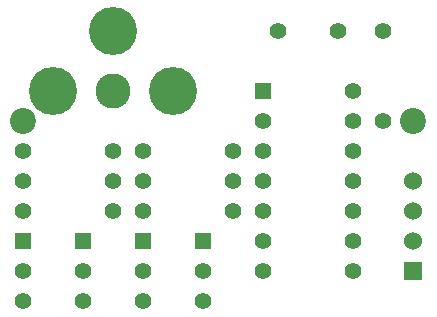
<source format=gts>
G04 (created by PCBNEW (2013-05-16 BZR 4016)-stable) date 12/19/2013 7:04:03 PM*
%MOIN*%
G04 Gerber Fmt 3.4, Leading zero omitted, Abs format*
%FSLAX34Y34*%
G01*
G70*
G90*
G04 APERTURE LIST*
%ADD10C,0.00590551*%
%ADD11C,0.055*%
%ADD12R,0.055X0.055*%
%ADD13C,0.16*%
%ADD14C,0.117*%
%ADD15R,0.06X0.06*%
%ADD16C,0.06*%
%ADD17C,0.0866142*%
G04 APERTURE END LIST*
G54D10*
G54D11*
X41000Y-36000D03*
X44000Y-36000D03*
X44000Y-37000D03*
X41000Y-37000D03*
X48000Y-37000D03*
X45000Y-37000D03*
X41000Y-35000D03*
X44000Y-35000D03*
X45000Y-35000D03*
X48000Y-35000D03*
X45000Y-36000D03*
X48000Y-36000D03*
X53000Y-31000D03*
X53000Y-34000D03*
G54D12*
X49000Y-33000D03*
G54D11*
X49000Y-34000D03*
X49000Y-35000D03*
X49000Y-36000D03*
X49000Y-37000D03*
X49000Y-38000D03*
X49000Y-39000D03*
X52000Y-39000D03*
X52000Y-38000D03*
X52000Y-37000D03*
X52000Y-36000D03*
X52000Y-35000D03*
X52000Y-34000D03*
X52000Y-33000D03*
X51500Y-31000D03*
X49500Y-31000D03*
G54D12*
X41000Y-38000D03*
G54D11*
X41000Y-39000D03*
X41000Y-40000D03*
G54D12*
X45000Y-38000D03*
G54D11*
X45000Y-39000D03*
X45000Y-40000D03*
G54D12*
X43000Y-38000D03*
G54D11*
X43000Y-39000D03*
X43000Y-40000D03*
G54D12*
X47000Y-38000D03*
G54D11*
X47000Y-39000D03*
X47000Y-40000D03*
G54D13*
X44000Y-31000D03*
X46000Y-33000D03*
X42000Y-33000D03*
G54D14*
X44000Y-33000D03*
G54D15*
X54000Y-39000D03*
G54D16*
X54000Y-38000D03*
X54000Y-37000D03*
X54000Y-36000D03*
G54D17*
X41000Y-34000D03*
X54000Y-34000D03*
M02*

</source>
